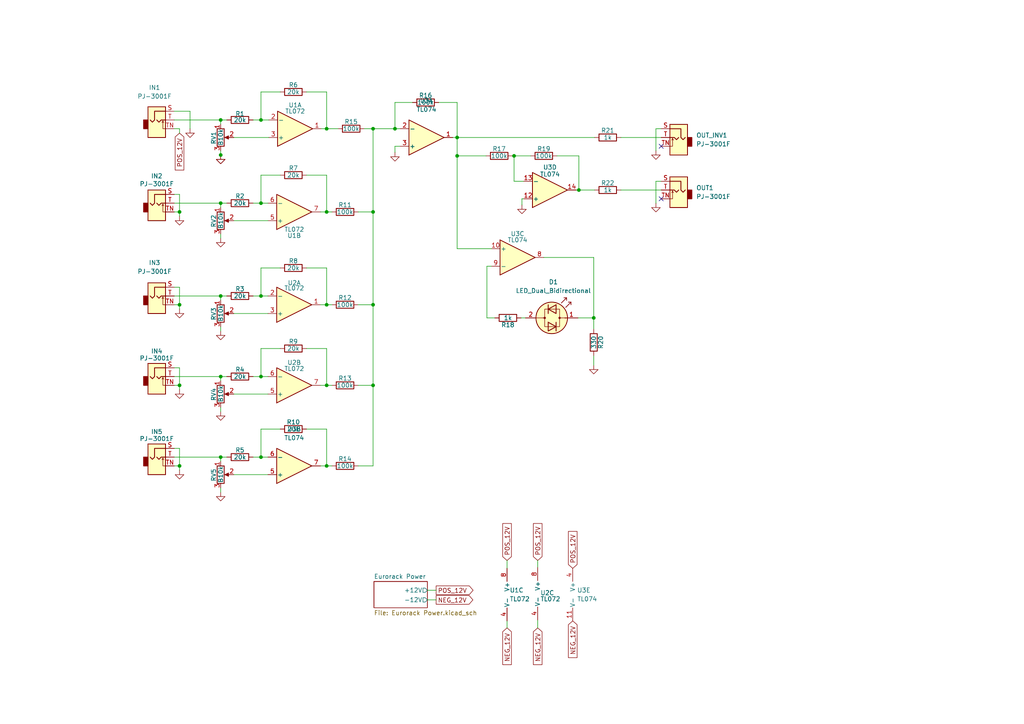
<source format=kicad_sch>
(kicad_sch (version 20211123) (generator eeschema)
  (paper "A4")
  (title_block (title "MiniAttenuMix") (rev "v0.2") (company "benjiaomodular") (comment 1 "CV Mixer with Attenuverted Inputs"))
  (lib_symbols
    (symbol "Amplifier_Operational:TL072" (pin_names (offset 0.127))
      (property "Reference" "U" (at 0 5.08 0))
      (property "Value" "TL072" (at 0 -5.08 0))
      (symbol "TL072_1_1"
        (polyline (pts (xy -5.08 5.08) (xy 5.08 0) (xy -5.08 -5.08) (xy -5.08 5.08)) (stroke (width 0.254)) (fill (type background)))
        (pin output line (at 7.62 0 180) (length 2.54) (name "~") (number "1"))
        (pin input line (at -7.62 -2.54 0) (length 2.54) (name "-") (number "2"))
        (pin input line (at -7.62 2.54 0) (length 2.54) (name "+") (number "3"))
      )
      (symbol "TL072_2_1"
        (polyline (pts (xy -5.08 5.08) (xy 5.08 0) (xy -5.08 -5.08) (xy -5.08 5.08)) (stroke (width 0.254)) (fill (type background)))
        (pin input line (at -7.62 2.54 0) (length 2.54) (name "+") (number "5"))
        (pin input line (at -7.62 -2.54 0) (length 2.54) (name "-") (number "6"))
        (pin output line (at 7.62 0 180) (length 2.54) (name "~") (number "7"))
      )
      (symbol "TL072_3_1"
        (pin power_in line (at -2.54 -7.62 90) (length 3.81) (name "V-") (number "4"))
        (pin power_in line (at -2.54 7.62 270) (length 3.81) (name "V+") (number "8"))
      )
    )
    (symbol "Amplifier_Operational:TL074" (pin_names (offset 0.127))
      (property "Reference" "U" (at 0 5.08 0))
      (property "Value" "TL074" (at 0 -5.08 0))
      (symbol "TL074_1_1"
        (polyline (pts (xy -5.08 5.08) (xy 5.08 0) (xy -5.08 -5.08) (xy -5.08 5.08)) (stroke (width 0.254)) (fill (type background)))
        (pin output line (at 7.62 0 180) (length 2.54) (name "~") (number "1"))
        (pin input line (at -7.62 -2.54 0) (length 2.54) (name "-") (number "2"))
        (pin input line (at -7.62 2.54 0) (length 2.54) (name "+") (number "3"))
      )
      (symbol "TL074_2_1"
        (polyline (pts (xy -5.08 5.08) (xy 5.08 0) (xy -5.08 -5.08) (xy -5.08 5.08)) (stroke (width 0.254)) (fill (type background)))
        (pin input line (at -7.62 2.54 0) (length 2.54) (name "+") (number "5"))
        (pin input line (at -7.62 -2.54 0) (length 2.54) (name "-") (number "6"))
        (pin output line (at 7.62 0 180) (length 2.54) (name "~") (number "7"))
      )
      (symbol "TL074_3_1"
        (polyline (pts (xy -5.08 5.08) (xy 5.08 0) (xy -5.08 -5.08) (xy -5.08 5.08)) (stroke (width 0.254)) (fill (type background)))
        (pin input line (at -7.62 2.54 0) (length 2.54) (name "+") (number "10"))
        (pin output line (at 7.62 0 180) (length 2.54) (name "~") (number "8"))
        (pin input line (at -7.62 -2.54 0) (length 2.54) (name "-") (number "9"))
      )
      (symbol "TL074_4_1"
        (polyline (pts (xy -5.08 5.08) (xy 5.08 0) (xy -5.08 -5.08) (xy -5.08 5.08)) (stroke (width 0.254)) (fill (type background)))
        (pin input line (at -7.62 2.54 0) (length 2.54) (name "+") (number "12"))
        (pin input line (at -7.62 -2.54 0) (length 2.54) (name "-") (number "13"))
        (pin output line (at 7.62 0 180) (length 2.54) (name "~") (number "14"))
      )
      (symbol "TL074_5_1"
        (pin power_in line (at -2.54 -7.62 90) (length 3.81) (name "V-") (number "11"))
        (pin power_in line (at -2.54 7.62 270) (length 3.81) (name "V+") (number "4"))
      )
    )
    (symbol "Connector:AudioJack2_SwitchT"
      (property "Reference" "J" (at 0 8.89 0))
      (property "Value" "AudioJack2_SwitchT" (at 0 6.35 0))
      (symbol "AudioJack2_SwitchT_0_1"
        (rectangle (start -2.54 0) (end -3.81 -2.54) (stroke (width 0.254)) (fill (type outline)))
        (polyline (pts (xy 1.778 -0.254) (xy 2.032 -0.762)))
        (polyline (pts (xy 0 0) (xy 0.635 -0.635) (xy 1.27 0) (xy 2.54 0)) (stroke (width 0.254)))
        (polyline (pts (xy 2.54 -2.54) (xy 1.778 -2.54) (xy 1.778 -0.254) (xy 1.524 -0.762)))
        (polyline (pts (xy 2.54 2.54) (xy -0.635 2.54) (xy -0.635 0) (xy -1.27 -0.635) (xy -1.905 0)) (stroke (width 0.254)))
        (rectangle (start 2.54 3.81) (end -2.54 -5.08) (stroke (width 0.254)) (fill (type background)))
      )
      (symbol "AudioJack2_SwitchT_1_1"
        (pin passive line (at 5.08 2.54 180) (length 2.54) (name "~") (number "S"))
        (pin passive line (at 5.08 0 180) (length 2.54) (name "~") (number "T"))
        (pin passive line (at 5.08 -2.54 180) (length 2.54) (name "~") (number "TN"))
      )
    )
    (symbol "Device:LED_Dual_Bidirectional" (pin_names (offset 0) hide)
      (property "Reference" "D" (at 0 5.715 0))
      (property "Value" "LED_Dual_Bidirectional" (at 0 -6.35 0))
      (symbol "LED_Dual_Bidirectional_0_1"
        (circle (center -2.032 0) (radius 0.254) (fill (type outline)))
        (polyline (pts (xy -4.572 0) (xy -2.54 0)))
        (polyline (pts (xy -2.032 0) (xy -2.54 0)))
        (polyline (pts (xy -1.016 3.81) (xy -1.016 1.27)) (stroke (width 0.254)))
        (polyline (pts (xy 1.27 -1.27) (xy 1.27 -3.81)) (stroke (width 0.254)))
        (polyline (pts (xy 4.064 0) (xy 2.286 0)) (fill (type outline)))
        (polyline (pts (xy 4.318 5.842) (xy 4.318 5.08)) (stroke (width 0.2032)))
        (polyline (pts (xy 5.588 4.572) (xy 5.588 3.81)) (stroke (width 0.2032)))
        (polyline (pts (xy 2.794 4.318) (xy 4.318 5.842) (xy 3.556 5.842)) (stroke (width 0.2032)))
        (polyline (pts (xy 4.064 3.048) (xy 5.588 4.572) (xy 4.826 4.572)) (stroke (width 0.2032)))
        (polyline (pts (xy -1.016 -1.27) (xy -1.016 -3.81) (xy 1.27 -2.54) (xy -1.016 -1.27)) (stroke (width 0.254)))
        (polyline (pts (xy 1.27 3.81) (xy 1.27 1.27) (xy -1.016 2.54) (xy 1.27 3.81)) (stroke (width 0.254)))
        (polyline (pts (xy 2.286 2.54) (xy -2.032 2.54) (xy -2.032 -2.54) (xy 2.286 -2.54) (xy 2.286 2.54)))
        (circle (center 0 0) (radius 4.572) (stroke (width 0.254)) (fill (type background)))
        (circle (center 2.286 0) (radius 0.254) (fill (type outline)))
      )
      (symbol "LED_Dual_Bidirectional_1_1"
        (pin input line (at 7.62 0 180) (length 3.81) (name "KA") (number "1"))
        (pin input line (at -7.62 0 0) (length 3.048) (name "AK") (number "2"))
      )
    )
    (symbol "Device:R" (pin_numbers hide) (pin_names (offset 0))
      (property "Reference" "R" (at 2.032 0 90))
      (property "Value" "R" (at 0 0 90))
      (symbol "R_0_1"
        (rectangle (start -1.016 -2.54) (end 1.016 2.54) (stroke (width 0.254)))
      )
      (symbol "R_1_1"
        (pin passive line (at 0 3.81 270) (length 1.27) (name "~") (number "1"))
        (pin passive line (at 0 -3.81 90) (length 1.27) (name "~") (number "2"))
      )
    )
    (symbol "Device:R_Potentiometer" (pin_names (offset 1.016) hide)
      (property "Reference" "RV" (at -4.445 0 90))
      (property "Value" "R_Potentiometer" (at -2.54 0 90))
      (symbol "R_Potentiometer_0_1"
        (polyline (pts (xy 2.54 0) (xy 1.524 0)))
        (polyline (pts (xy 1.143 0) (xy 2.286 0.508) (xy 2.286 -0.508) (xy 1.143 0)) (fill (type outline)))
        (rectangle (start 1.016 2.54) (end -1.016 -2.54) (stroke (width 0.254)))
      )
      (symbol "R_Potentiometer_1_1"
        (pin passive line (at 0 3.81 270) (length 1.27) (name "1") (number "1"))
        (pin passive line (at 3.81 0 180) (length 1.27) (name "2") (number "2"))
        (pin passive line (at 0 -3.81 90) (length 1.27) (name "3") (number "3"))
      )
    )
    (symbol "power:GND" (power) (pin_names (offset 0))
      (property "Value" "GND" (at 0 -3.81 0))
      (symbol "GND_0_1"
        (polyline (pts (xy 0 0) (xy 0 -1.27) (xy 1.27 -1.27) (xy 0 -2.54) (xy -1.27 -1.27) (xy 0 -1.27)))
      )
      (symbol "GND_1_1"
        (pin power_in line (at 0 0 270) (length 0) hide (name "GND") (number "1"))
      )
    )
  )
  (junction (at 94.742 37.338))
  (junction (at 94.742 88.392))
  (junction (at 64.008 34.798))
  (junction (at 75.692 132.588))
  (junction (at 172.212 92.202))
  (junction (at 132.588 39.878))
  (junction (at 64.008 58.928))
  (junction (at 75.692 85.852))
  (junction (at 52.07 88.392))
  (junction (at 149.098 45.212))
  (junction (at 94.742 135.128))
  (junction (at 64.008 132.588))
  (junction (at 52.07 61.468))
  (junction (at 52.07 111.76))
  (junction (at 64.008 85.852))
  (junction (at 64.008 44.958))
  (junction (at 94.742 61.468))
  (junction (at 114.554 37.338))
  (junction (at 94.742 111.76))
  (junction (at 108.204 61.468))
  (junction (at 108.204 111.76))
  (junction (at 52.07 135.128))
  (junction (at 75.692 58.928))
  (junction (at 108.204 37.338))
  (junction (at 108.204 88.392))
  (junction (at 167.894 55.118))
  (junction (at 132.588 45.212))
  (junction (at 75.692 34.798))
  (junction (at 64.008 109.22))
  (junction (at 75.692 109.22))
  (no_connect (at 191.77 42.418))
  (no_connect (at 191.77 57.658))
  (wire (pts (xy 108.204 88.392) (xy 103.886 88.392)))
  (wire (pts (xy 81.28 26.67) (xy 75.692 26.67)))
  (wire (pts (xy 52.07 130.048) (xy 52.07 135.128)))
  (wire (pts (xy 50.546 61.468) (xy 52.07 61.468)))
  (wire (pts (xy 191.77 52.578) (xy 190.246 52.578)))
  (wire (pts (xy 50.546 132.588) (xy 64.008 132.588)))
  (wire (pts (xy 94.742 135.128) (xy 96.266 135.128)))
  (wire (pts (xy 94.742 77.724) (xy 94.742 88.392)))
  (wire (pts (xy 64.008 34.798) (xy 64.008 36.068)))
  (wire (pts (xy 50.546 58.928) (xy 64.008 58.928)))
  (wire (pts (xy 52.07 106.68) (xy 52.07 111.76)))
  (wire (pts (xy 52.07 88.392) (xy 52.07 89.662)))
  (wire (pts (xy 157.734 74.676) (xy 172.212 74.676)))
  (wire (pts (xy 81.28 77.724) (xy 75.692 77.724)))
  (wire (pts (xy 108.204 111.76) (xy 108.204 135.128)))
  (wire (pts (xy 94.742 26.67) (xy 94.742 37.338)))
  (wire (pts (xy 50.546 135.128) (xy 52.07 135.128)))
  (wire (pts (xy 94.742 88.392) (xy 92.964 88.392)))
  (wire (pts (xy 64.008 34.798) (xy 65.786 34.798)))
  (wire (pts (xy 147.066 162.56) (xy 147.066 164.846)))
  (wire (pts (xy 52.07 56.388) (xy 52.07 61.468)))
  (wire (pts (xy 50.546 106.68) (xy 52.07 106.68)))
  (wire (pts (xy 94.742 124.46) (xy 94.742 135.128)))
  (wire (pts (xy 50.546 85.852) (xy 64.008 85.852)))
  (wire (pts (xy 94.742 37.338) (xy 98.044 37.338)))
  (wire (pts (xy 94.742 88.392) (xy 96.266 88.392)))
  (wire (pts (xy 75.692 50.8) (xy 75.692 58.928)))
  (wire (pts (xy 132.588 45.212) (xy 132.588 39.878)))
  (wire (pts (xy 94.742 50.8) (xy 94.742 61.468)))
  (wire (pts (xy 64.008 132.588) (xy 65.786 132.588)))
  (wire (pts (xy 94.742 37.338) (xy 93.218 37.338)))
  (wire (pts (xy 114.554 29.718) (xy 114.554 37.338)))
  (wire (pts (xy 73.406 85.852) (xy 75.692 85.852)))
  (wire (pts (xy 52.07 135.128) (xy 52.07 136.398)))
  (wire (pts (xy 88.9 124.46) (xy 94.742 124.46)))
  (wire (pts (xy 94.742 135.128) (xy 92.964 135.128)))
  (wire (pts (xy 67.818 64.008) (xy 77.724 64.008)))
  (wire (pts (xy 67.818 90.932) (xy 77.724 90.932)))
  (wire (pts (xy 75.692 34.798) (xy 77.978 34.798)))
  (wire (pts (xy 151.13 92.202) (xy 152.4 92.202)))
  (wire (pts (xy 64.008 132.588) (xy 64.008 133.858)))
  (wire (pts (xy 172.212 74.676) (xy 172.212 92.202)))
  (wire (pts (xy 132.588 39.878) (xy 172.466 39.878)))
  (wire (pts (xy 149.098 45.212) (xy 153.924 45.212)))
  (wire (pts (xy 88.9 101.092) (xy 94.742 101.092)))
  (wire (pts (xy 167.894 45.212) (xy 167.894 55.118)))
  (wire (pts (xy 55.118 32.258) (xy 55.118 37.338)))
  (wire (pts (xy 64.008 58.928) (xy 65.786 58.928)))
  (wire (pts (xy 172.212 103.124) (xy 172.212 105.918)))
  (wire (pts (xy 75.692 101.092) (xy 75.692 109.22)))
  (wire (pts (xy 52.07 37.338) (xy 52.07 38.608)))
  (wire (pts (xy 161.544 45.212) (xy 167.894 45.212)))
  (wire (pts (xy 50.546 88.392) (xy 52.07 88.392)))
  (wire (pts (xy 123.952 173.99) (xy 126.492 173.99)))
  (wire (pts (xy 180.086 39.878) (xy 191.77 39.878)))
  (wire (pts (xy 94.742 61.468) (xy 96.266 61.468)))
  (wire (pts (xy 64.008 67.818) (xy 64.008 69.088)))
  (wire (pts (xy 108.204 37.338) (xy 108.204 61.468)))
  (wire (pts (xy 155.956 164.592) (xy 155.956 162.56)))
  (wire (pts (xy 88.9 77.724) (xy 94.742 77.724)))
  (wire (pts (xy 149.098 45.212) (xy 149.098 52.578)))
  (wire (pts (xy 75.692 109.22) (xy 77.724 109.22)))
  (wire (pts (xy 88.9 26.67) (xy 94.742 26.67)))
  (wire (pts (xy 191.77 37.338) (xy 190.246 37.338)))
  (wire (pts (xy 180.086 55.118) (xy 191.77 55.118)))
  (wire (pts (xy 132.588 45.212) (xy 140.97 45.212)))
  (wire (pts (xy 64.008 109.22) (xy 64.008 110.49)))
  (wire (pts (xy 52.07 61.468) (xy 52.07 62.738)))
  (wire (pts (xy 127.254 29.718) (xy 132.588 29.718)))
  (wire (pts (xy 94.742 111.76) (xy 96.266 111.76)))
  (wire (pts (xy 52.07 83.312) (xy 52.07 88.392)))
  (wire (pts (xy 50.546 56.388) (xy 52.07 56.388)))
  (wire (pts (xy 75.692 58.928) (xy 77.724 58.928)))
  (wire (pts (xy 151.892 57.658) (xy 151.384 57.658)))
  (wire (pts (xy 167.894 55.118) (xy 167.132 55.118)))
  (wire (pts (xy 50.546 130.048) (xy 52.07 130.048)))
  (wire (pts (xy 167.894 55.118) (xy 172.466 55.118)))
  (wire (pts (xy 172.212 92.202) (xy 167.64 92.202)))
  (wire (pts (xy 132.588 39.878) (xy 131.318 39.878)))
  (wire (pts (xy 64.008 94.742) (xy 64.008 96.012)))
  (wire (pts (xy 67.818 39.878) (xy 77.978 39.878)))
  (wire (pts (xy 155.956 182.118) (xy 155.956 179.832)))
  (wire (pts (xy 64.008 58.928) (xy 64.008 60.198)))
  (wire (pts (xy 50.546 109.22) (xy 64.008 109.22)))
  (wire (pts (xy 64.008 43.688) (xy 64.008 44.958)))
  (wire (pts (xy 119.634 29.718) (xy 114.554 29.718)))
  (wire (pts (xy 116.078 42.418) (xy 114.554 42.418)))
  (wire (pts (xy 67.818 137.668) (xy 77.724 137.668)))
  (wire (pts (xy 123.952 171.196) (xy 126.492 171.196)))
  (wire (pts (xy 132.588 72.136) (xy 142.494 72.136)))
  (wire (pts (xy 81.28 101.092) (xy 75.692 101.092)))
  (wire (pts (xy 73.406 34.798) (xy 75.692 34.798)))
  (wire (pts (xy 147.066 180.086) (xy 147.066 182.118)))
  (wire (pts (xy 75.692 132.588) (xy 77.724 132.588)))
  (wire (pts (xy 148.59 45.212) (xy 149.098 45.212)))
  (wire (pts (xy 94.742 101.092) (xy 94.742 111.76)))
  (wire (pts (xy 64.008 118.11) (xy 64.008 119.38)))
  (wire (pts (xy 103.886 61.468) (xy 108.204 61.468)))
  (wire (pts (xy 73.406 132.588) (xy 75.692 132.588)))
  (wire (pts (xy 88.9 50.8) (xy 94.742 50.8)))
  (wire (pts (xy 75.692 85.852) (xy 77.724 85.852)))
  (wire (pts (xy 81.28 50.8) (xy 75.692 50.8)))
  (wire (pts (xy 108.204 37.338) (xy 114.554 37.338)))
  (wire (pts (xy 75.692 77.724) (xy 75.692 85.852)))
  (wire (pts (xy 50.546 32.258) (xy 55.118 32.258)))
  (wire (pts (xy 141.224 77.216) (xy 141.224 92.202)))
  (wire (pts (xy 50.546 34.798) (xy 64.008 34.798)))
  (wire (pts (xy 73.406 109.22) (xy 75.692 109.22)))
  (wire (pts (xy 132.588 29.718) (xy 132.588 39.878)))
  (wire (pts (xy 64.008 85.852) (xy 65.786 85.852)))
  (wire (pts (xy 149.098 52.578) (xy 151.892 52.578)))
  (wire (pts (xy 142.494 77.216) (xy 141.224 77.216)))
  (wire (pts (xy 114.554 42.418) (xy 114.554 44.196)))
  (wire (pts (xy 73.406 58.928) (xy 75.692 58.928)))
  (wire (pts (xy 64.008 109.22) (xy 65.786 109.22)))
  (wire (pts (xy 75.692 26.67) (xy 75.692 34.798)))
  (wire (pts (xy 114.554 37.338) (xy 116.078 37.338)))
  (wire (pts (xy 151.384 57.658) (xy 151.384 59.436)))
  (wire (pts (xy 108.204 88.392) (xy 108.204 111.76)))
  (wire (pts (xy 105.664 37.338) (xy 108.204 37.338)))
  (wire (pts (xy 172.212 92.202) (xy 172.212 95.504)))
  (wire (pts (xy 50.546 83.312) (xy 52.07 83.312)))
  (wire (pts (xy 81.28 124.46) (xy 75.692 124.46)))
  (wire (pts (xy 141.224 92.202) (xy 143.51 92.202)))
  (wire (pts (xy 52.07 111.76) (xy 52.07 113.03)))
  (wire (pts (xy 190.246 52.578) (xy 190.246 58.928)))
  (wire (pts (xy 75.692 124.46) (xy 75.692 132.588)))
  (wire (pts (xy 108.204 61.468) (xy 108.204 88.392)))
  (wire (pts (xy 108.204 135.128) (xy 103.886 135.128)))
  (wire (pts (xy 50.546 37.338) (xy 52.07 37.338)))
  (wire (pts (xy 67.818 114.3) (xy 77.724 114.3)))
  (wire (pts (xy 64.008 85.852) (xy 64.008 87.122)))
  (wire (pts (xy 132.588 45.212) (xy 132.588 72.136)))
  (wire (pts (xy 94.742 61.468) (xy 92.964 61.468)))
  (wire (pts (xy 190.246 37.338) (xy 190.246 43.688)))
  (wire (pts (xy 94.742 111.76) (xy 92.964 111.76)))
  (wire (pts (xy 50.546 111.76) (xy 52.07 111.76)))
  (wire (pts (xy 64.008 141.478) (xy 64.008 142.748)))
  (wire (pts (xy 108.204 111.76) (xy 103.886 111.76)))
  (global_label "NEG_12V" (shape input) (at 155.956 182.118 270) (property "Intersheet References" "${INTERSHEET_REFS}" (effects hide)))
  (global_label "POS_12V" (shape input) (at 155.956 162.56 90) (property "Intersheet References" "${INTERSHEET_REFS}" (effects hide)))
  (global_label "POS_12V" (shape input) (at 147.066 162.56 90) (property "Intersheet References" "${INTERSHEET_REFS}" (effects hide)))
  (global_label "NEG_12V" (shape output) (at 126.492 173.99 0) (property "Intersheet References" "${INTERSHEET_REFS}" (effects hide)))
  (global_label "NEG_12V" (shape input) (at 147.066 182.118 270) (property "Intersheet References" "${INTERSHEET_REFS}" (effects hide)))
  (global_label "POS_12V" (shape input) (at 52.07 38.608 270) (property "Intersheet References" "${INTERSHEET_REFS}" (effects hide)))
  (global_label "POS_12V" (shape output) (at 126.492 171.196 0) (property "Intersheet References" "${INTERSHEET_REFS}" (effects hide)))
  (global_label "NEG_12V" (shape input) (at 166.116 180.086 270) (property "Intersheet References" "${INTERSHEET_REFS}" (effects hide)))
  (global_label "POS_12V" (shape input) (at 166.116 164.846 90) (property "Intersheet References" "${INTERSHEET_REFS}" (effects hide)))
  (symbol (lib_id "Device:R") (at 100.076 61.468 90) (unit 1)
    (property "Reference" "R11" (at 100.076 59.436 90))
    (property "Value" "100k" (at 100.076 61.468 90))
    (property "Footprint" "Resistor_SMD:R_0603_1608Metric_Pad0.98x0.95mm_HandSolder" (effects hide))
    (property "Manufacturers Name" "YAGEO" (effects hide))
    (property "Manufacturers Part Number" "RC0603FR-07100KL " (effects hide))
  )
  (symbol (lib_id "power:GND") (at 64.008 96.012 0) (unit 1)
    (property "Reference" "#PWR09" (effects hide))
    (property "Value" "GND" (effects hide))
  )
  (symbol (lib_id "power:GND") (at 52.07 136.398 0) (unit 1)
    (property "Reference" "#PWR04" (effects hide))
    (property "Value" "GND" (effects hide))
  )
  (symbol (lib_id "Device:R") (at 147.32 92.202 270) (unit 1)
    (property "Reference" "R18" (at 147.32 94.234 90))
    (property "Value" "1k" (at 147.32 92.202 90))
    (property "Footprint" "Resistor_SMD:R_0603_1608Metric_Pad0.98x0.95mm_HandSolder" (effects hide))
    (property "Manufacturers Name" "YAGEO" (effects hide))
    (property "Manufacturers Part Number" "RC0603FR-074K7L" (effects hide))
  )
  (symbol (lib_id "Amplifier_Operational:TL074") (at 168.656 172.466 0) (unit 5)
    (property "Reference" "U3" (at 167.386 171.1959 0) (effects (justify left)))
    (property "Value" "TL074" (at 167.386 173.7359 0) (effects (justify left)))
    (property "Footprint" "Package_SO:SOIC-14_3.9x8.7mm_P1.27mm" (effects hide))
    (property "Datasheet" "http://www.ti.com/lit/ds/symlink/tl071.pdf" (effects hide))
    (property "Manufacturers Name" "STMicroelectronics" (effects hide))
    (property "Manufacturers Part Number" "TL074ACDT " (effects hide))
  )
  (symbol (lib_id "power:GND") (at 64.008 119.38 0) (unit 1)
    (property "Reference" "#PWR010" (effects hide))
    (property "Value" "GND" (effects hide))
  )
  (symbol (lib_id "power:GND") (at 151.384 59.436 0) (unit 1)
    (property "Reference" "#PWR013" (effects hide))
    (property "Value" "GND" (effects hide))
  )
  (symbol (lib_id "Amplifier_Operational:TL072") (at 85.344 88.392 0) (mirror x) (unit 1)
    (property "Reference" "U2" (at 85.344 82.042 0))
    (property "Value" "TL072" (at 85.344 83.566 0))
    (property "Footprint" "Package_SO:SOIC-8_3.9x4.9mm_P1.27mm" (effects hide))
    (property "Datasheet" "http://www.ti.com/lit/ds/symlink/tl071.pdf" (effects hide))
    (property "Manufacturers Name" "STMicroelectronics" (effects hide))
    (property "Manufacturers Part Number" "TL072CDT" (effects hide))
  )
  (symbol (lib_id "Device:R_Potentiometer") (at 64.008 64.008 0) (unit 1)
    (property "Reference" "RV2" (at 61.976 62.23 90) (effects (justify right)))
    (property "Value" "B10k" (at 64.008 61.468 90) (effects (justify right)))
    (property "Footprint" "benjiaomodular:Potentiometer_RV09" (effects hide))
    (property "Manufacturers Name" "Alpha (Taiwan)" (effects hide))
    (property "Manufacturers Part Number" "RD901F-40-15R1-B100K" (effects hide))
  )
  (symbol (lib_id "Device:R") (at 144.78 45.212 90) (unit 1)
    (property "Reference" "R17" (at 144.78 43.18 90))
    (property "Value" "100k" (at 144.78 45.212 90))
    (property "Footprint" "Resistor_SMD:R_0603_1608Metric_Pad0.98x0.95mm_HandSolder" (effects hide))
    (property "Manufacturers Name" "YAGEO" (effects hide))
    (property "Manufacturers Part Number" "RC0603FR-07100KL " (effects hide))
  )
  (symbol (lib_id "Device:R") (at 101.854 37.338 90) (unit 1)
    (property "Reference" "R15" (at 101.854 35.306 90))
    (property "Value" "100k" (at 101.854 37.338 90))
    (property "Footprint" "Resistor_SMD:R_0603_1608Metric_Pad0.98x0.95mm_HandSolder" (effects hide))
    (property "Manufacturers Name" "YAGEO" (effects hide))
    (property "Manufacturers Part Number" "RC0603FR-07100KL " (effects hide))
  )
  (symbol (lib_id "Device:LED_Dual_Bidirectional") (at 160.02 92.202 0) (unit 1)
    (property "Reference" "D1" (at 160.5153 81.788 0))
    (property "Value" "LED_Dual_Bidirectional" (at 160.5153 84.328 0))
    (property "Footprint" "LED_THT:LED_D3.0mm" (effects hide))
    (property "Manufacturers Name" "KENTO" (effects hide))
    (property "Manufacturers Part Number" "3ARG4HWC" (effects hide))
  )
  (symbol (lib_id "Device:R_Potentiometer") (at 64.008 90.932 0) (unit 1)
    (property "Reference" "RV3" (at 61.976 89.154 90) (effects (justify right)))
    (property "Value" "B10k" (at 64.008 88.392 90) (effects (justify right)))
    (property "Footprint" "benjiaomodular:Potentiometer_RV09" (effects hide))
    (property "Manufacturers Name" "Alpha (Taiwan)" (effects hide))
    (property "Manufacturers Part Number" "RD901F-40-15R1-B100K" (effects hide))
  )
  (symbol (lib_id "power:GND") (at 52.07 113.03 0) (unit 1)
    (property "Reference" "#PWR03" (effects hide))
    (property "Value" "GND" (effects hide))
  )
  (symbol (lib_id "Device:R") (at 69.596 132.588 90) (unit 1)
    (property "Reference" "R5" (at 69.596 130.556 90))
    (property "Value" "20k" (at 69.596 132.588 90))
    (property "Footprint" "Resistor_SMD:R_0603_1608Metric_Pad0.98x0.95mm_HandSolder" (effects hide))
    (property "Manufacturers Name" "YAGEO" (effects hide))
    (property "Manufacturers Part Number" "RC0603FR-0720KL" (effects hide))
  )
  (symbol (lib_id "Connector:AudioJack2_SwitchT") (at 45.466 109.22 0) (unit 1)
    (property "Reference" "IN4" (at 45.466 101.854 0))
    (property "Value" "PJ-3001F" (at 45.466 103.886 0))
    (property "Footprint" "benjiaomodular:AudioJack_3.5mm" (effects hide))
    (property "Manufacturers Name" "Tayda Electronics" (effects hide))
    (property "Manufacturers Part Number" "PJ-3001F" (effects hide))
  )
  (symbol (lib_id "Device:R") (at 85.09 124.46 90) (unit 1)
    (property "Reference" "R10" (at 85.09 122.428 90))
    (property "Value" "20k" (at 85.09 124.46 90))
    (property "Footprint" "Resistor_SMD:R_0603_1608Metric_Pad0.98x0.95mm_HandSolder" (effects hide))
    (property "Manufacturers Name" "YAGEO" (effects hide))
    (property "Manufacturers Part Number" "RC0603FR-0720KL" (effects hide))
  )
  (symbol (lib_id "Device:R") (at 157.734 45.212 90) (unit 1)
    (property "Reference" "R19" (at 157.734 43.18 90))
    (property "Value" "100k" (at 157.734 45.212 90))
    (property "Footprint" "Resistor_SMD:R_0603_1608Metric_Pad0.98x0.95mm_HandSolder" (effects hide))
    (property "Manufacturers Name" "YAGEO" (effects hide))
    (property "Manufacturers Part Number" "RC0603FR-07100KL " (effects hide))
  )
  (symbol (lib_id "Device:R") (at 85.09 77.724 90) (unit 1)
    (property "Reference" "R8" (at 85.09 75.692 90))
    (property "Value" "20k" (at 85.09 77.724 90))
    (property "Footprint" "Resistor_SMD:R_0603_1608Metric_Pad0.98x0.95mm_HandSolder" (effects hide))
    (property "Manufacturers Name" "YAGEO" (effects hide))
    (property "Manufacturers Part Number" "RC0603FR-0720KL" (effects hide))
  )
  (symbol (lib_id "Connector:AudioJack2_SwitchT") (at 45.466 132.588 0) (unit 1)
    (property "Reference" "IN5" (at 45.466 125.222 0))
    (property "Value" "PJ-3001F" (at 45.466 127.254 0))
    (property "Footprint" "benjiaomodular:AudioJack_3.5mm" (effects hide))
    (property "Manufacturers Name" "Tayda Electronics" (effects hide))
    (property "Manufacturers Part Number" "PJ-3001F" (effects hide))
  )
  (symbol (lib_id "Device:R") (at 69.596 109.22 90) (unit 1)
    (property "Reference" "R4" (at 69.596 107.188 90))
    (property "Value" "20k" (at 69.596 109.22 90))
    (property "Footprint" "Resistor_SMD:R_0603_1608Metric_Pad0.98x0.95mm_HandSolder" (effects hide))
    (property "Manufacturers Name" "YAGEO" (effects hide))
    (property "Manufacturers Part Number" "RC0603FR-0720KL" (effects hide))
  )
  (symbol (lib_id "Device:R") (at 85.09 50.8 90) (unit 1)
    (property "Reference" "R7" (at 85.09 48.768 90))
    (property "Value" "20k" (at 85.09 50.8 90))
    (property "Footprint" "Resistor_SMD:R_0603_1608Metric_Pad0.98x0.95mm_HandSolder" (effects hide))
    (property "Manufacturers Name" "YAGEO" (effects hide))
    (property "Manufacturers Part Number" "RC0603FR-0720KL" (effects hide))
  )
  (symbol (lib_id "power:GND") (at 64.008 44.958 0) (unit 1)
    (property "Reference" "#PWR06" (effects hide))
    (property "Value" "GND" (effects hide))
  )
  (symbol (lib_id "Device:R") (at 176.276 55.118 90) (unit 1)
    (property "Reference" "R22" (at 176.276 53.086 90))
    (property "Value" "1k" (at 176.276 55.118 90))
    (property "Footprint" "Resistor_SMD:R_0603_1608Metric_Pad0.98x0.95mm_HandSolder" (effects hide))
    (property "Manufacturers Name" "YAGEO" (effects hide))
    (property "Manufacturers Part Number" "RC0603FR-071KL " (effects hide))
  )
  (symbol (lib_id "Device:R") (at 69.596 85.852 90) (unit 1)
    (property "Reference" "R3" (at 69.596 83.82 90))
    (property "Value" "20k" (at 69.596 85.852 90))
    (property "Footprint" "Resistor_SMD:R_0603_1608Metric_Pad0.98x0.95mm_HandSolder" (effects hide))
    (property "Manufacturers Name" "YAGEO" (effects hide))
    (property "Manufacturers Part Number" "RC0603FR-0720KL" (effects hide))
  )
  (symbol (lib_id "Device:R") (at 123.444 29.718 90) (unit 1)
    (property "Reference" "R16" (at 123.444 27.686 90))
    (property "Value" "100k" (at 123.444 29.718 90))
    (property "Footprint" "Resistor_SMD:R_0603_1608Metric_Pad0.98x0.95mm_HandSolder" (effects hide))
    (property "Manufacturers Name" "YAGEO" (effects hide))
    (property "Manufacturers Part Number" "RC0603FR-07100KL " (effects hide))
  )
  (symbol (lib_id "power:GND") (at 64.008 69.088 0) (unit 1)
    (property "Reference" "#PWR08" (effects hide))
    (property "Value" "GND" (effects hide))
  )
  (symbol (lib_id "Amplifier_Operational:TL074") (at 123.698 39.878 0) (mirror x) (unit 1)
    (property "Reference" "U3" (at 123.698 29.21 0))
    (property "Value" "TL074" (at 123.698 31.75 0))
    (property "Footprint" "Package_SO:SOIC-14_3.9x8.7mm_P1.27mm" (effects hide))
    (property "Datasheet" "http://www.ti.com/lit/ds/symlink/tl071.pdf" (effects hide))
    (property "Manufacturers Name" "STMicroelectronics" (effects hide))
    (property "Manufacturers Part Number" "TL074ACDT " (effects hide))
  )
  (symbol (lib_id "Device:R_Potentiometer") (at 64.008 137.668 0) (unit 1)
    (property "Reference" "RV5" (at 61.976 135.89 90) (effects (justify right)))
    (property "Value" "B10k" (at 64.008 135.128 90) (effects (justify right)))
    (property "Footprint" "benjiaomodular:Potentiometer_RV09" (effects hide))
    (property "Manufacturers Name" "Alpha (Taiwan)" (effects hide))
    (property "Manufacturers Part Number" "RD901F-40-15R1-B100K" (effects hide))
  )
  (symbol (lib_id "Connector:AudioJack2_SwitchT") (at 196.85 55.118 0) (mirror y) (unit 1)
    (property "Reference" "OUT1" (at 201.93 54.4829 0) (effects (justify right)))
    (property "Value" "PJ-3001F" (at 201.93 57.0229 0) (effects (justify right)))
    (property "Footprint" "benjiaomodular:AudioJack_3.5mm" (effects hide))
    (property "Manufacturers Name" "Tayda Electronics" (effects hide))
    (property "Manufacturers Part Number" "PJ-3001F" (effects hide))
  )
  (symbol (lib_id "Device:R") (at 85.09 26.67 90) (unit 1)
    (property "Reference" "R6" (at 85.09 24.638 90))
    (property "Value" "20k" (at 85.09 26.67 90))
    (property "Footprint" "Resistor_SMD:R_0603_1608Metric_Pad0.98x0.95mm_HandSolder" (effects hide))
    (property "Manufacturers Name" "YAGEO" (effects hide))
    (property "Manufacturers Part Number" "RC0603FR-0720KL" (effects hide))
  )
  (symbol (lib_id "power:GND") (at 64.008 142.748 0) (unit 1)
    (property "Reference" "#PWR011" (effects hide))
    (property "Value" "GND" (effects hide))
  )
  (symbol (lib_id "Amplifier_Operational:TL072") (at 85.344 61.468 0) (mirror x) (unit 2)
    (property "Reference" "U1" (at 85.344 68.326 0))
    (property "Value" "TL072" (at 85.344 66.548 0))
    (property "Footprint" "Package_SO:SOIC-8_3.9x4.9mm_P1.27mm" (effects hide))
    (property "Datasheet" "http://www.ti.com/lit/ds/symlink/tl071.pdf" (effects hide))
    (property "Manufacturers Name" "STMicroelectronics" (effects hide))
    (property "Manufacturers Part Number" "TL072CDT" (effects hide))
  )
  (symbol (lib_id "Device:R") (at 172.212 99.314 0) (unit 1)
    (property "Reference" "R20" (at 174.244 99.314 90))
    (property "Value" "330" (at 172.212 99.314 90))
    (property "Footprint" "Resistor_SMD:R_0603_1608Metric_Pad0.98x0.95mm_HandSolder" (effects hide))
    (property "Manufacturers Name" "YAGEO" (effects hide))
    (property "Manufacturers Part Number" "RC0603FR-074K7L" (effects hide))
  )
  (symbol (lib_id "Device:R") (at 100.076 111.76 90) (unit 1)
    (property "Reference" "R13" (at 100.076 109.728 90))
    (property "Value" "100k" (at 100.076 111.76 90))
    (property "Footprint" "Resistor_SMD:R_0603_1608Metric_Pad0.98x0.95mm_HandSolder" (effects hide))
    (property "Manufacturers Name" "YAGEO" (effects hide))
    (property "Manufacturers Part Number" "RC0603FR-07100KL " (effects hide))
  )
  (symbol (lib_id "Amplifier_Operational:TL072") (at 85.344 111.76 0) (mirror x) (unit 2)
    (property "Reference" "U2" (at 85.344 105.156 0))
    (property "Value" "TL072" (at 85.344 106.934 0))
    (property "Footprint" "Package_SO:SOIC-8_3.9x4.9mm_P1.27mm" (effects hide))
    (property "Datasheet" "http://www.ti.com/lit/ds/symlink/tl071.pdf" (effects hide))
    (property "Manufacturers Name" "STMicroelectronics" (effects hide))
    (property "Manufacturers Part Number" "TL072CDT" (effects hide))
  )
  (symbol (lib_id "power:GND") (at 190.246 58.928 0) (mirror y) (unit 1)
    (property "Reference" "#PWR016" (effects hide))
    (property "Value" "GND" (effects hide))
  )
  (symbol (lib_id "Connector:AudioJack2_SwitchT") (at 45.466 85.852 0) (unit 1)
    (property "Reference" "IN3" (at 44.831 76.2 0))
    (property "Value" "PJ-3001F" (at 44.831 78.74 0))
    (property "Footprint" "benjiaomodular:AudioJack_3.5mm" (effects hide))
    (property "Manufacturers Name" "Tayda Electronics" (effects hide))
    (property "Manufacturers Part Number" "PJ-3001F" (effects hide))
  )
  (symbol (lib_id "Device:R") (at 100.076 88.392 90) (unit 1)
    (property "Reference" "R12" (at 100.076 86.36 90))
    (property "Value" "100k" (at 100.076 88.392 90))
    (property "Footprint" "Resistor_SMD:R_0603_1608Metric_Pad0.98x0.95mm_HandSolder" (effects hide))
    (property "Manufacturers Name" "YAGEO" (effects hide))
    (property "Manufacturers Part Number" "RC0603FR-07100KL " (effects hide))
  )
  (symbol (lib_id "Amplifier_Operational:TL072") (at 149.606 172.466 0) (unit 3)
    (property "Reference" "U1" (at 147.828 171.1959 0) (effects (justify left)))
    (property "Value" "TL072" (at 147.828 173.7359 0) (effects (justify left)))
    (property "Footprint" "Package_SO:SOIC-8_3.9x4.9mm_P1.27mm" (effects hide))
    (property "Datasheet" "http://www.ti.com/lit/ds/symlink/tl071.pdf" (effects hide))
    (property "Manufacturers Name" "STMicroelectronics" (effects hide))
    (property "Manufacturers Part Number" "TL072CDT" (effects hide))
  )
  (symbol (lib_id "Connector:AudioJack2_SwitchT") (at 45.466 34.798 0) (unit 1)
    (property "Reference" "IN1" (at 44.831 25.4 0))
    (property "Value" "PJ-3001F" (at 44.831 27.94 0))
    (property "Footprint" "benjiaomodular:AudioJack_3.5mm" (effects hide))
    (property "Manufacturers Name" "Tayda Electronics" (effects hide))
    (property "Manufacturers Part Number" "PJ-3001F" (effects hide))
  )
  (symbol (lib_id "Amplifier_Operational:TL074") (at 85.344 135.128 0) (mirror x) (unit 2)
    (property "Reference" "U3" (at 85.344 124.46 0))
    (property "Value" "TL074" (at 85.344 127 0))
    (property "Footprint" "Package_SO:SOIC-14_3.9x8.7mm_P1.27mm" (effects hide))
    (property "Datasheet" "http://www.ti.com/lit/ds/symlink/tl071.pdf" (effects hide))
    (property "Manufacturers Name" "STMicroelectronics" (effects hide))
    (property "Manufacturers Part Number" "TL074ACDT " (effects hide))
  )
  (symbol (lib_id "Device:R_Potentiometer") (at 64.008 114.3 0) (unit 1)
    (property "Reference" "RV4" (at 61.976 112.522 90) (effects (justify right)))
    (property "Value" "B10k" (at 64.008 111.76 90) (effects (justify right)))
    (property "Footprint" "benjiaomodular:Potentiometer_RV09" (effects hide))
    (property "Manufacturers Name" "Alpha (Taiwan)" (effects hide))
    (property "Manufacturers Part Number" "RD901F-40-15R1-B100K" (effects hide))
  )
  (symbol (lib_id "Amplifier_Operational:TL072") (at 153.416 172.212 0) (mirror y) (unit 3)
    (property "Reference" "U2" (at 156.718 171.958 0) (effects (justify right)))
    (property "Value" "TL072" (at 156.718 173.736 0) (effects (justify right)))
    (property "Footprint" "Package_SO:SOIC-8_3.9x4.9mm_P1.27mm" (effects hide))
    (property "Datasheet" "http://www.ti.com/lit/ds/symlink/tl071.pdf" (effects hide))
    (property "Manufacturers Name" "STMicroelectronics" (effects hide))
    (property "Manufacturers Part Number" "TL072CDT" (effects hide))
  )
  (symbol (lib_id "Device:R") (at 69.596 34.798 90) (unit 1)
    (property "Reference" "R1" (at 69.596 33.02 90))
    (property "Value" "20k" (at 69.596 34.798 90))
    (property "Footprint" "Resistor_SMD:R_0603_1608Metric_Pad0.98x0.95mm_HandSolder" (effects hide))
    (property "Manufacturers Name" "YAGEO" (effects hide))
    (property "Manufacturers Part Number" "RC0603FR-0720KL" (effects hide))
  )
  (symbol (lib_id "power:GND") (at 55.118 37.338 0) (unit 1)
    (property "Reference" "#PWR05" (effects hide))
    (property "Value" "GND" (effects hide))
  )
  (symbol (lib_id "Device:R") (at 100.076 135.128 90) (unit 1)
    (property "Reference" "R14" (at 100.076 133.096 90))
    (property "Value" "100k" (at 100.076 135.128 90))
    (property "Footprint" "Resistor_SMD:R_0603_1608Metric_Pad0.98x0.95mm_HandSolder" (effects hide))
    (property "Manufacturers Name" "YAGEO" (effects hide))
    (property "Manufacturers Part Number" "RC0603FR-07100KL " (effects hide))
  )
  (symbol (lib_id "Device:R") (at 85.09 101.092 90) (unit 1)
    (property "Reference" "R9" (at 85.09 99.06 90))
    (property "Value" "20k" (at 85.09 101.092 90))
    (property "Footprint" "Resistor_SMD:R_0603_1608Metric_Pad0.98x0.95mm_HandSolder" (effects hide))
    (property "Manufacturers Name" "YAGEO" (effects hide))
    (property "Manufacturers Part Number" "RC0603FR-0720KL" (effects hide))
  )
  (symbol (lib_id "Device:R") (at 69.596 58.928 90) (unit 1)
    (property "Reference" "R2" (at 69.596 56.896 90))
    (property "Value" "20k" (at 69.596 58.928 90))
    (property "Footprint" "Resistor_SMD:R_0603_1608Metric_Pad0.98x0.95mm_HandSolder" (effects hide))
    (property "Manufacturers Name" "YAGEO" (effects hide))
    (property "Manufacturers Part Number" "RC0603FR-0720KL" (effects hide))
  )
  (symbol (lib_id "power:GND") (at 52.07 89.662 0) (unit 1)
    (property "Reference" "#PWR02" (effects hide))
    (property "Value" "GND" (effects hide))
  )
  (symbol (lib_id "Amplifier_Operational:TL074") (at 150.114 74.676 0) (unit 3)
    (property "Reference" "U3" (at 150.114 67.818 0))
    (property "Value" "TL074" (at 150.114 69.596 0))
    (property "Footprint" "Package_SO:SOIC-14_3.9x8.7mm_P1.27mm" (effects hide))
    (property "Datasheet" "http://www.ti.com/lit/ds/symlink/tl071.pdf" (effects hide))
    (property "Manufacturers Name" "STMicroelectronics" (effects hide))
    (property "Manufacturers Part Number" "TL074ACDT " (effects hide))
  )
  (symbol (lib_id "Amplifier_Operational:TL074") (at 159.512 55.118 0) (mirror x) (unit 4)
    (property "Reference" "U3" (at 159.512 48.514 0))
    (property "Value" "TL074" (at 159.512 50.546 0))
    (property "Footprint" "Package_SO:SOIC-14_3.9x8.7mm_P1.27mm" (effects hide))
    (property "Datasheet" "http://www.ti.com/lit/ds/symlink/tl071.pdf" (effects hide))
    (property "Manufacturers Name" "STMicroelectronics" (effects hide))
    (property "Manufacturers Part Number" "TL074ACDT " (effects hide))
  )
  (symbol (lib_id "power:GND") (at 64.008 44.958 0) (unit 1)
    (property "Reference" "#PWR07" (effects hide))
    (property "Value" "GND" (effects hide))
  )
  (symbol (lib_id "Connector:AudioJack2_SwitchT") (at 196.85 39.878 0) (mirror y) (unit 1)
    (property "Reference" "OUT_INV1" (at 201.93 39.2429 0) (effects (justify right)))
    (property "Value" "PJ-3001F" (at 201.93 41.7829 0) (effects (justify right)))
    (property "Footprint" "benjiaomodular:AudioJack_3.5mm" (effects hide))
    (property "Manufacturers Name" "Tayda Electronics" (effects hide))
    (property "Manufacturers Part Number" "PJ-3001F" (effects hide))
  )
  (symbol (lib_id "Amplifier_Operational:TL072") (at 85.598 37.338 0) (mirror x) (unit 1)
    (property "Reference" "U1" (at 85.598 30.48 0))
    (property "Value" "TL072" (at 85.598 32.258 0))
    (property "Footprint" "Package_SO:SOIC-8_3.9x4.9mm_P1.27mm" (effects hide))
    (property "Datasheet" "http://www.ti.com/lit/ds/symlink/tl071.pdf" (effects hide))
    (property "Manufacturers Name" "STMicroelectronics" (effects hide))
    (property "Manufacturers Part Number" "TL072CDT" (effects hide))
  )
  (symbol (lib_id "Device:R") (at 176.276 39.878 90) (unit 1)
    (property "Reference" "R21" (at 176.276 37.846 90))
    (property "Value" "1k" (at 176.276 39.878 90))
    (property "Footprint" "Resistor_SMD:R_0603_1608Metric_Pad0.98x0.95mm_HandSolder" (effects hide))
    (property "Manufacturers Name" "YAGEO" (effects hide))
    (property "Manufacturers Part Number" "RC0603FR-071KL " (effects hide))
  )
  (symbol (lib_id "power:GND") (at 52.07 62.738 0) (unit 1)
    (property "Reference" "#PWR01" (effects hide))
    (property "Value" "GND" (effects hide))
  )
  (symbol (lib_id "Device:R_Potentiometer") (at 64.008 39.878 0) (unit 1)
    (property "Reference" "RV1" (at 61.976 38.1 90) (effects (justify right)))
    (property "Value" "B10k" (at 64.008 37.338 90) (effects (justify right)))
    (property "Footprint" "benjiaomodular:Potentiometer_RV09" (effects hide))
    (property "Manufacturers Name" "Alpha (Taiwan)" (effects hide))
    (property "Manufacturers Part Number" "RD901F-40-15R1-B100K" (effects hide))
  )
  (symbol (lib_id "power:GND") (at 172.212 105.918 0) (mirror y) (unit 1)
    (property "Reference" "#PWR014" (effects hide))
    (property "Value" "GND" (effects hide))
  )
  (symbol (lib_id "power:GND") (at 114.554 44.196 0) (unit 1)
    (property "Reference" "#PWR012" (effects hide))
    (property "Value" "GND" (effects hide))
  )
  (symbol (lib_id "Connector:AudioJack2_SwitchT") (at 45.466 58.928 0) (unit 1)
    (property "Reference" "IN2" (at 45.466 51.054 0))
    (property "Value" "PJ-3001F" (at 45.466 53.34 0))
    (property "Footprint" "benjiaomodular:AudioJack_3.5mm" (effects hide))
    (property "Manufacturers Name" "Tayda Electronics" (effects hide))
    (property "Manufacturers Part Number" "PJ-3001F" (effects hide))
  )
  (symbol (lib_id "power:GND") (at 190.246 43.688 0) (mirror y) (unit 1)
    (property "Reference" "#PWR015" (effects hide))
    (property "Value" "GND" (effects hide))
  )
  (sheet (at 108.458 168.656) (size 15.494 7.62) (stroke (width 0.1524))
    (property "Sheet name" "Eurorack Power" (at 108.458 167.9444 0) (effects (justify left bottom)))
    (property "Sheet file" "Eurorack Power.kicad_sch" (at 108.458 177.038 0) (effects (justify left top)))
    (pin "+12V" output (at 123.952 171.196 0))
    (pin "-12V" output (at 123.952 173.99 0))
  )
)
</source>
